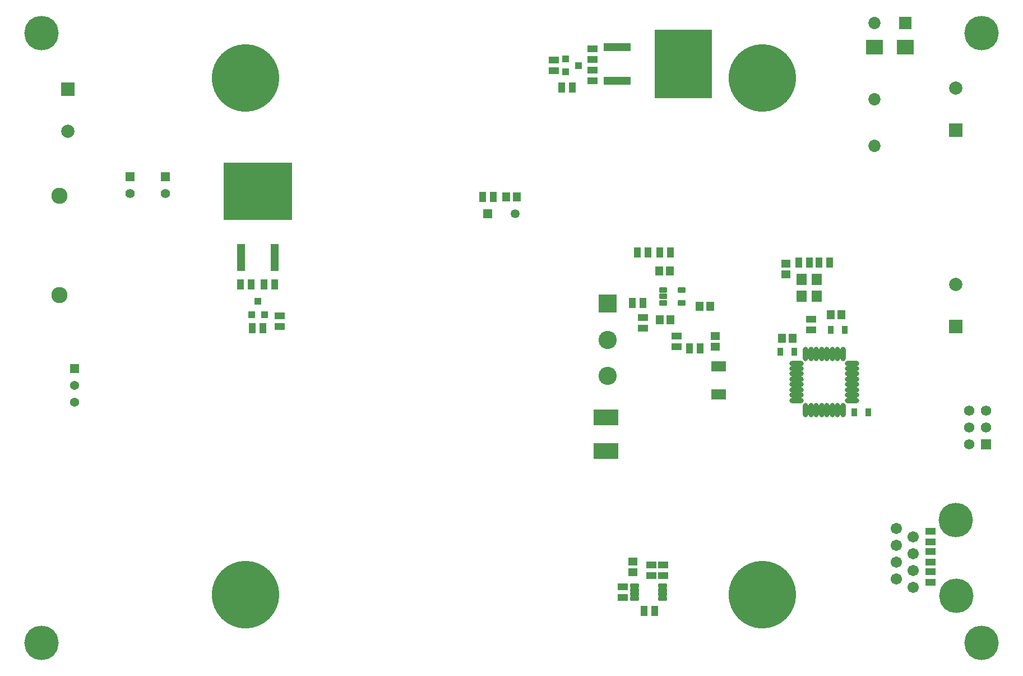
<source format=gbs>
%FSLAX23Y23*%
%MOIN*%
%SFA1B1*%

%IPPOS*%
%AMD103*
4,1,8,-0.026600,0.006900,-0.026600,-0.006900,-0.020700,-0.012900,0.020700,-0.012900,0.026600,-0.006900,0.026600,0.006900,0.020700,0.012900,-0.020700,0.012900,-0.026600,0.006900,0.0*
1,1,0.011900,-0.020700,0.006900*
1,1,0.011900,-0.020700,-0.006900*
1,1,0.011900,0.020700,-0.006900*
1,1,0.011900,0.020700,0.006900*
%
%AMD110*
4,1,8,0.023700,-0.009800,0.023700,0.009800,0.017700,0.015800,-0.017700,0.015800,-0.023700,0.009800,-0.023700,-0.009800,-0.017700,-0.015800,0.017700,-0.015800,0.023700,-0.009800,0.0*
1,1,0.012020,0.017700,-0.009800*
1,1,0.012020,0.017700,0.009800*
1,1,0.012020,-0.017700,0.009800*
1,1,0.012020,-0.017700,-0.009800*
%
%ADD25R,0.085830X0.063780*%
%ADD30R,0.057330X0.051360*%
%ADD31R,0.051360X0.057330*%
%ADD38R,0.061150X0.041470*%
%ADD39R,0.041470X0.061150*%
%ADD44C,0.053150*%
%ADD45R,0.053150X0.053150*%
%ADD46C,0.053980*%
%ADD47R,0.053980X0.053980*%
%ADD48R,0.061810X0.061810*%
%ADD49C,0.061810*%
%ADD50C,0.401700*%
%ADD51R,0.078870X0.078870*%
%ADD52C,0.078870*%
%ADD53R,0.055120X0.055120*%
%ADD54C,0.055120*%
%ADD55R,0.072960X0.072960*%
%ADD56C,0.072960*%
%ADD57C,0.067060*%
%ADD58C,0.204850*%
%ADD59C,0.096580*%
%ADD60C,0.108270*%
%ADD61R,0.108270X0.108270*%
%ADD92R,0.037650X0.047490*%
%ADD93R,0.098430X0.086610*%
%ADD96R,0.145670X0.096460*%
%ADD100R,0.059060X0.066930*%
G04~CAMADD=103~8~0.0~0.0~257.2~532.8~59.5~0.0~15~0.0~0.0~0.0~0.0~0~0.0~0.0~0.0~0.0~0~0.0~0.0~0.0~90.0~534.0~257.0*
%ADD103D103*%
%ADD104R,0.159580X0.045400*%
%ADD105R,0.338710X0.405640*%
%ADD106R,0.045400X0.159580*%
%ADD107R,0.405640X0.338710*%
%ADD108R,0.039500X0.043430*%
%ADD109R,0.043430X0.039500*%
G04~CAMADD=110~8~0.0~0.0~316.2~473.7~60.1~0.0~15~0.0~0.0~0.0~0.0~0~0.0~0.0~0.0~0.0~0~0.0~0.0~0.0~270.0~474.0~316.0*
%ADD110D110*%
%ADD111O,0.031620X0.084770*%
%ADD112O,0.084770X0.031620*%
%LNpcb1-1*%
%LPD*%
G54D25*
X5220Y2843D03*
Y2676D03*
G54D30*
X5200Y3021D03*
Y2958D03*
X4710Y1681D03*
Y1618D03*
X5620Y3451D03*
Y3388D03*
G54D31*
X4931Y3410D03*
X4868D03*
X4933Y3120D03*
X4870D03*
X5171Y3200D03*
X5108D03*
X5598Y3010D03*
X5661D03*
X5888Y3150D03*
X5951D03*
X4021Y3850D03*
X3958D03*
G54D38*
X6480Y1557D03*
Y1622D03*
X5770Y3122D03*
Y3057D03*
X4650Y1532D03*
Y1467D03*
X4970Y2957D03*
Y3022D03*
X4890Y1662D03*
Y1597D03*
X4240Y4662D03*
Y4597D03*
X2610Y3077D03*
Y3142D03*
X6480Y1862D03*
Y1797D03*
X4820Y1662D03*
Y1597D03*
X4470Y4730D03*
Y4665D03*
X4770Y3067D03*
Y3132D03*
X6480Y1742D03*
Y1677D03*
X4470Y4602D03*
Y4537D03*
G54D39*
X4737Y3520D03*
X4802D03*
X2517Y3330D03*
X2582D03*
X4777Y1390D03*
X4842D03*
X4870Y3520D03*
X4934D03*
X4352Y4500D03*
X4287D03*
X2447Y3070D03*
X2512D03*
X5697Y3460D03*
X5762D03*
X5882D03*
X5817D03*
X4707Y3220D03*
X4772D03*
X5112Y2950D03*
X5047D03*
X3817Y3850D03*
X3882D03*
X2377Y3330D03*
X2442D03*
G54D44*
X4010Y3750D03*
G54D45*
X3849Y3750D03*
G54D46*
X1390Y2630D03*
Y2730D03*
G54D47*
X1390Y2830D03*
G54D48*
X6810Y2380D03*
G54D49*
X6810Y2480D03*
Y2580D03*
X6710Y2380D03*
Y2480D03*
Y2580D03*
G54D50*
X2409Y4555D03*
Y1484D03*
X5480Y4555D03*
Y1484D03*
G54D51*
X6630Y3080D03*
Y4245D03*
X1350Y4490D03*
G54D52*
X6630Y3330D03*
Y4495D03*
X1350Y4240D03*
G54D53*
X1721Y3969D03*
X1931D03*
G54D54*
X1721Y3870D03*
X1931D03*
G54D55*
X6332Y4882D03*
G54D56*
X6147Y4429D03*
Y4153D03*
Y4882D03*
G54D57*
X6278Y1778D03*
X6378Y1628D03*
X6278Y1678D03*
X6378Y1728D03*
Y1828D03*
X6278Y1878D03*
X6378Y1528D03*
X6278Y1578D03*
G54D58*
X6630Y1930D03*
X6635Y1480D03*
X6785Y1200D03*
Y4822D03*
X1195Y1200D03*
Y4822D03*
G54D59*
X1300Y3264D03*
Y3855D03*
G54D60*
X4560Y2785D03*
Y3000D03*
G54D61*
X4560Y3214D03*
G54D92*
X6110Y2570D03*
X6029D03*
X5589Y2930D03*
X5670D03*
X5889Y3060D03*
X5970D03*
G54D93*
X6147Y4740D03*
X6332D03*
G54D96*
X4550Y2337D03*
Y2540D03*
G54D100*
X5803Y3260D03*
X5716Y3360D03*
Y3260D03*
X5803Y3360D03*
G54D103*
X4721Y1461D03*
Y1487D03*
Y1512D03*
X4888Y1487D03*
Y1512D03*
Y1538D03*
X4721D03*
X4888Y1461D03*
G54D104*
X4619Y4740D03*
Y4540D03*
G54D105*
X5011Y4640D03*
G54D106*
X2380Y3490D03*
X2580D03*
G54D107*
X2480Y3881D03*
G54D108*
X2445Y3150D03*
X2520D03*
X2482Y3228D03*
G54D109*
X4310Y4667D03*
Y4592D03*
X4389Y4630D03*
G54D110*
X4891Y3257D03*
X5000Y3220D03*
Y3294D03*
X4891D03*
Y3220D03*
G54D111*
X5865Y2916D03*
X5739D03*
X5960Y2583D03*
X5771Y2916D03*
X5802D03*
X5834D03*
X5897D03*
X5928D03*
X5960D03*
X5928Y2583D03*
X5897D03*
X5865D03*
X5834D03*
X5802D03*
X5771D03*
X5739D03*
G54D112*
X6016Y2639D03*
X5683Y2860D03*
X6016D03*
Y2828D03*
Y2797D03*
Y2765D03*
Y2734D03*
Y2702D03*
Y2671D03*
X5683Y2639D03*
Y2671D03*
Y2702D03*
Y2734D03*
Y2765D03*
Y2797D03*
Y2828D03*
M02*
</source>
